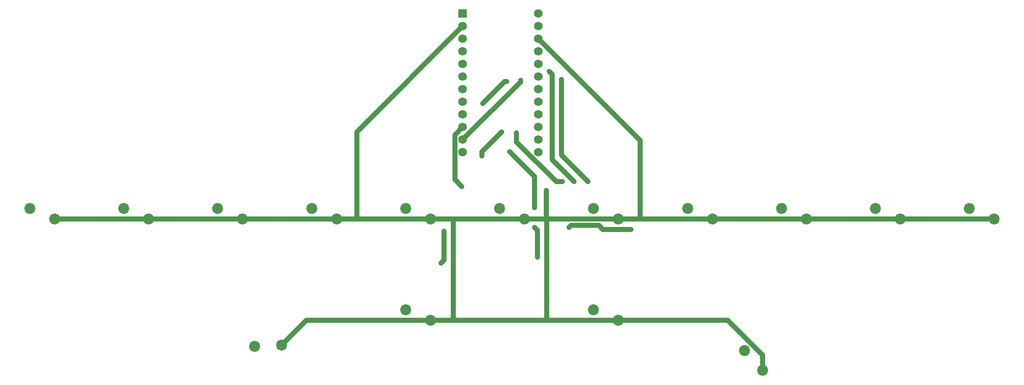
<source format=gbr>
%TF.GenerationSoftware,KiCad,Pcbnew,(5.1.8-0-10_14)*%
%TF.CreationDate,2020-12-22T21:08:17+00:00*%
%TF.ProjectId,sudokillall,7375646f-6b69-46c6-9c61-6c6c2e6b6963,rev?*%
%TF.SameCoordinates,Original*%
%TF.FileFunction,Copper,L2,Bot*%
%TF.FilePolarity,Positive*%
%FSLAX46Y46*%
G04 Gerber Fmt 4.6, Leading zero omitted, Abs format (unit mm)*
G04 Created by KiCad (PCBNEW (5.1.8-0-10_14)) date 2020-12-22 21:08:17*
%MOMM*%
%LPD*%
G01*
G04 APERTURE LIST*
%TA.AperFunction,ComponentPad*%
%ADD10C,1.752600*%
%TD*%
%TA.AperFunction,ComponentPad*%
%ADD11R,1.752600X1.752600*%
%TD*%
%TA.AperFunction,ComponentPad*%
%ADD12C,2.200000*%
%TD*%
%TA.AperFunction,ViaPad*%
%ADD13C,0.800000*%
%TD*%
%TA.AperFunction,Conductor*%
%ADD14C,1.000000*%
%TD*%
G04 APERTURE END LIST*
D10*
%TO.P,U1,13*%
%TO.N,Net-(U1-Pad13)*%
X171620000Y6046000D03*
%TO.P,U1,14*%
%TO.N,Net-(U1-Pad14)*%
X171620000Y3506000D03*
%TO.P,U1,15*%
%TO.N,Net-(K1-Pad2)*%
X171620000Y966000D03*
%TO.P,U1,16*%
X171620000Y-1574000D03*
%TO.P,U1,17*%
%TO.N,Net-(U1-Pad17)*%
X171620000Y-4114000D03*
%TO.P,U1,18*%
%TO.N,Net-(K15-Pad1)*%
X171620000Y-6654000D03*
%TO.P,U1,19*%
%TO.N,Net-(K14-Pad1)*%
X171620000Y-9194000D03*
%TO.P,U1,20*%
%TO.N,Net-(K13-Pad1)*%
X171620000Y-11734000D03*
%TO.P,U1,21*%
%TO.N,Net-(K12-Pad1)*%
X171620000Y-14274000D03*
%TO.P,U1,22*%
%TO.N,Net-(K11-Pad1)*%
X171620000Y-16814000D03*
%TO.P,U1,23*%
%TO.N,Net-(K10-Pad1)*%
X171620000Y-19354000D03*
%TO.P,U1,24*%
%TO.N,Net-(K9-Pad1)*%
X171620000Y-21894000D03*
%TO.P,U1,12*%
%TO.N,Net-(K8-Pad1)*%
X156380000Y-21894000D03*
%TO.P,U1,11*%
%TO.N,Net-(K7-Pad1)*%
X156380000Y-19354000D03*
%TO.P,U1,10*%
%TO.N,Net-(K6-Pad1)*%
X156380000Y-16814000D03*
%TO.P,U1,9*%
%TO.N,Net-(K5-Pad1)*%
X156380000Y-14274000D03*
%TO.P,U1,8*%
%TO.N,Net-(K4-Pad1)*%
X156380000Y-11734000D03*
%TO.P,U1,7*%
%TO.N,Net-(K3-Pad1)*%
X156380000Y-9194000D03*
%TO.P,U1,6*%
%TO.N,Net-(K2-Pad1)*%
X156380000Y-6654000D03*
%TO.P,U1,5*%
%TO.N,Net-(K1-Pad1)*%
X156380000Y-4114000D03*
%TO.P,U1,4*%
%TO.N,Net-(U1-Pad4)*%
X156380000Y-1574000D03*
%TO.P,U1,3*%
%TO.N,Net-(SW1-Pad2)*%
X156380000Y966000D03*
%TO.P,U1,2*%
%TO.N,Net-(K1-Pad2)*%
X156380000Y3506000D03*
D11*
%TO.P,U1,1*%
%TO.N,Net-(U1-Pad1)*%
X156380000Y6046000D03*
%TD*%
D12*
%TO.P,K4,2*%
%TO.N,Net-(K1-Pad2)*%
X131000000Y-35300000D03*
%TO.P,K4,1*%
%TO.N,Net-(K4-Pad1)*%
X126000000Y-33200000D03*
%TD*%
%TO.P,K11,2*%
%TO.N,Net-(K1-Pad2)*%
X263300000Y-35300000D03*
%TO.P,K11,1*%
%TO.N,Net-(K11-Pad1)*%
X258300000Y-33200000D03*
%TD*%
%TO.P,K10,2*%
%TO.N,Net-(K1-Pad2)*%
X244400000Y-35300000D03*
%TO.P,K10,1*%
%TO.N,Net-(K10-Pad1)*%
X239400000Y-33200000D03*
%TD*%
%TO.P,K9,2*%
%TO.N,Net-(K1-Pad2)*%
X225500000Y-35300000D03*
%TO.P,K9,1*%
%TO.N,Net-(K9-Pad1)*%
X220500000Y-33200000D03*
%TD*%
%TO.P,K8,2*%
%TO.N,Net-(K1-Pad2)*%
X206600000Y-35300000D03*
%TO.P,K8,1*%
%TO.N,Net-(K8-Pad1)*%
X201600000Y-33200000D03*
%TD*%
%TO.P,K15,2*%
%TO.N,Net-(K1-Pad2)*%
X149900000Y-55700000D03*
%TO.P,K15,1*%
%TO.N,Net-(K15-Pad1)*%
X144900000Y-53600000D03*
%TD*%
%TO.P,K7,2*%
%TO.N,Net-(K1-Pad2)*%
X187700000Y-35300000D03*
%TO.P,K7,1*%
%TO.N,Net-(K7-Pad1)*%
X182700000Y-33200000D03*
%TD*%
%TO.P,K14,2*%
%TO.N,Net-(K1-Pad2)*%
X187700000Y-55700000D03*
%TO.P,K14,1*%
%TO.N,Net-(K14-Pad1)*%
X182700000Y-53600000D03*
%TD*%
%TO.P,K6,2*%
%TO.N,Net-(K1-Pad2)*%
X168800000Y-35300000D03*
%TO.P,K6,1*%
%TO.N,Net-(K6-Pad1)*%
X163800000Y-33200000D03*
%TD*%
%TO.P,K13,2*%
%TO.N,Net-(K1-Pad2)*%
X216737488Y-65819122D03*
%TO.P,K13,1*%
%TO.N,Net-(K13-Pad1)*%
X213093448Y-61802784D03*
%TD*%
%TO.P,K5,2*%
%TO.N,Net-(K1-Pad2)*%
X149900000Y-35300000D03*
%TO.P,K5,1*%
%TO.N,Net-(K5-Pad1)*%
X144900000Y-33200000D03*
%TD*%
%TO.P,K12,2*%
%TO.N,Net-(K1-Pad2)*%
X119925590Y-60742939D03*
%TO.P,K12,1*%
%TO.N,Net-(K12-Pad1)*%
X114506552Y-60952784D03*
%TD*%
%TO.P,K3,2*%
%TO.N,Net-(K1-Pad2)*%
X112100000Y-35300000D03*
%TO.P,K3,1*%
%TO.N,Net-(K3-Pad1)*%
X107100000Y-33200000D03*
%TD*%
%TO.P,K2,2*%
%TO.N,Net-(K1-Pad2)*%
X93200000Y-35300000D03*
%TO.P,K2,1*%
%TO.N,Net-(K2-Pad1)*%
X88200000Y-33200000D03*
%TD*%
%TO.P,K1,2*%
%TO.N,Net-(K1-Pad2)*%
X74300000Y-35300000D03*
%TO.P,K1,1*%
%TO.N,Net-(K1-Pad1)*%
X69300000Y-33200000D03*
%TD*%
D13*
%TO.N,Net-(K1-Pad2)*%
X173200000Y-29600000D03*
%TO.N,Net-(K6-Pad1)*%
X156200000Y-28800000D03*
%TO.N,Net-(K7-Pad1)*%
X178800000Y-27800000D03*
X173800000Y-5600000D03*
X168000000Y-7400000D03*
%TO.N,Net-(K8-Pad1)*%
X181600000Y-27800000D03*
X176200000Y-7200000D03*
X165200000Y-7600000D03*
X160400000Y-12000000D03*
%TO.N,Net-(K13-Pad1)*%
X165800000Y-21800000D03*
X170800000Y-33000000D03*
X170800000Y-37000000D03*
X171400000Y-43000000D03*
X177800000Y-37000000D03*
X190200000Y-37400000D03*
%TO.N,Net-(K14-Pad1)*%
X176400000Y-27800000D03*
X167200000Y-18000000D03*
%TO.N,Net-(K15-Pad1)*%
X152000000Y-44200000D03*
X152600000Y-37800000D03*
X160200000Y-22600000D03*
X164200000Y-17800000D03*
X171620000Y-6654000D03*
%TD*%
D14*
%TO.N,Net-(K1-Pad2)*%
X74300000Y-35300000D02*
X93200000Y-35300000D01*
X93200000Y-35300000D02*
X112100000Y-35300000D01*
X112100000Y-35300000D02*
X131000000Y-35300000D01*
X206600000Y-35300000D02*
X225500000Y-35300000D01*
X225500000Y-35300000D02*
X244400000Y-35300000D01*
X244400000Y-35300000D02*
X263300000Y-35300000D01*
X124968529Y-55700000D02*
X119925590Y-60742939D01*
X149900000Y-55700000D02*
X124968529Y-55700000D01*
X216737488Y-62782822D02*
X216737488Y-65819122D01*
X209654666Y-55700000D02*
X216737488Y-62782822D01*
X187700000Y-55700000D02*
X209654666Y-55700000D01*
X154500000Y-55500000D02*
X154300000Y-55700000D01*
X154500000Y-35300000D02*
X154500000Y-55500000D01*
X149900000Y-55700000D02*
X154300000Y-55700000D01*
X149900000Y-35300000D02*
X154500000Y-35300000D01*
X154500000Y-35300000D02*
X168800000Y-35300000D01*
X173300000Y-55500000D02*
X173100000Y-55700000D01*
X173300000Y-35300000D02*
X173300000Y-55500000D01*
X173100000Y-55700000D02*
X187700000Y-55700000D01*
X154300000Y-55700000D02*
X173100000Y-55700000D01*
X168800000Y-35300000D02*
X173300000Y-35300000D01*
X173300000Y-35300000D02*
X187700000Y-35300000D01*
X135100000Y-17774000D02*
X135100000Y-35300000D01*
X156380000Y3506000D02*
X135100000Y-17774000D01*
X135100000Y-35300000D02*
X149900000Y-35300000D01*
X131000000Y-35300000D02*
X135100000Y-35300000D01*
X171620000Y966000D02*
X192100000Y-19514000D01*
X192100000Y-35300000D02*
X206600000Y-35300000D01*
X192100000Y-19514000D02*
X192100000Y-35300000D01*
X187700000Y-35300000D02*
X192100000Y-35300000D01*
X173200000Y-35200000D02*
X173300000Y-35300000D01*
X173200000Y-29600000D02*
X173200000Y-35200000D01*
%TO.N,Net-(K6-Pad1)*%
X154803699Y-27403699D02*
X154803699Y-18390301D01*
X154803699Y-18390301D02*
X156380000Y-16814000D01*
X156200000Y-28800000D02*
X154803699Y-27403699D01*
%TO.N,Net-(K7-Pad1)*%
X178800000Y-27800000D02*
X174400000Y-23400000D01*
X174400000Y-6200000D02*
X173800000Y-5600000D01*
X174400000Y-23400000D02*
X174400000Y-6200000D01*
X168000000Y-7734000D02*
X156380000Y-19354000D01*
X168000000Y-7400000D02*
X168000000Y-7734000D01*
%TO.N,Net-(K8-Pad1)*%
X181600000Y-27800000D02*
X176400000Y-22600000D01*
X176400000Y-22600000D02*
X176200000Y-22400000D01*
X176200000Y-22400000D02*
X176200000Y-7200000D01*
X164800000Y-7600000D02*
X160400000Y-12000000D01*
X165200000Y-7600000D02*
X164800000Y-7600000D01*
%TO.N,Net-(K13-Pad1)*%
X170800000Y-26800000D02*
X170800000Y-33000000D01*
X165800000Y-21800000D02*
X170800000Y-26800000D01*
X171400000Y-37600000D02*
X171400000Y-43000000D01*
X170800000Y-37000000D02*
X171400000Y-37600000D01*
X183752003Y-36600001D02*
X184552002Y-37400000D01*
X178199999Y-36600001D02*
X183752003Y-36600001D01*
X177800000Y-37000000D02*
X178199999Y-36600001D01*
X184552002Y-37400000D02*
X190200000Y-37400000D01*
%TO.N,Net-(K14-Pad1)*%
X167200000Y-19806926D02*
X167200000Y-18000000D01*
X175193074Y-27800000D02*
X167200000Y-19806926D01*
X176400000Y-27800000D02*
X175193074Y-27800000D01*
%TO.N,Net-(K15-Pad1)*%
X152000000Y-44200000D02*
X152600000Y-43600000D01*
X152600000Y-43600000D02*
X152600000Y-37800000D01*
X160200000Y-21800000D02*
X164200000Y-17800000D01*
X160200000Y-22600000D02*
X160200000Y-21800000D01*
%TD*%
M02*

</source>
